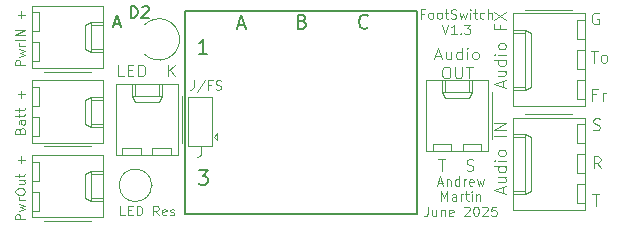
<source format=gbr>
%TF.GenerationSoftware,KiCad,Pcbnew,9.0.0*%
%TF.CreationDate,2025-08-04T16:21:27+01:00*%
%TF.ProjectId,FootSw,466f6f74-5377-42e6-9b69-6361645f7063,V1.3*%
%TF.SameCoordinates,Original*%
%TF.FileFunction,Legend,Top*%
%TF.FilePolarity,Positive*%
%FSLAX46Y46*%
G04 Gerber Fmt 4.6, Leading zero omitted, Abs format (unit mm)*
G04 Created by KiCad (PCBNEW 9.0.0) date 2025-08-04 16:21:27*
%MOMM*%
%LPD*%
G01*
G04 APERTURE LIST*
%ADD10C,0.100000*%
%ADD11C,0.125000*%
%ADD12C,0.150000*%
%ADD13C,0.152400*%
%ADD14C,0.120000*%
G04 APERTURE END LIST*
D10*
X55896895Y-54923734D02*
X55096895Y-54923734D01*
X55096895Y-54923734D02*
X55096895Y-54618972D01*
X55096895Y-54618972D02*
X55134990Y-54542782D01*
X55134990Y-54542782D02*
X55173085Y-54504687D01*
X55173085Y-54504687D02*
X55249276Y-54466591D01*
X55249276Y-54466591D02*
X55363561Y-54466591D01*
X55363561Y-54466591D02*
X55439752Y-54504687D01*
X55439752Y-54504687D02*
X55477847Y-54542782D01*
X55477847Y-54542782D02*
X55515942Y-54618972D01*
X55515942Y-54618972D02*
X55515942Y-54923734D01*
X55363561Y-54199925D02*
X55896895Y-54047544D01*
X55896895Y-54047544D02*
X55515942Y-53895163D01*
X55515942Y-53895163D02*
X55896895Y-53742782D01*
X55896895Y-53742782D02*
X55363561Y-53590401D01*
X55896895Y-53285639D02*
X55363561Y-53285639D01*
X55515942Y-53285639D02*
X55439752Y-53247544D01*
X55439752Y-53247544D02*
X55401657Y-53209449D01*
X55401657Y-53209449D02*
X55363561Y-53133258D01*
X55363561Y-53133258D02*
X55363561Y-53057068D01*
X55896895Y-52790401D02*
X55096895Y-52790401D01*
X55896895Y-52409449D02*
X55096895Y-52409449D01*
X55096895Y-52409449D02*
X55896895Y-51952306D01*
X55896895Y-51952306D02*
X55096895Y-51952306D01*
X55592133Y-50961830D02*
X55592133Y-50352307D01*
X55896895Y-50657068D02*
X55287371Y-50657068D01*
X70784836Y-61896895D02*
X70784836Y-62468323D01*
X70784836Y-62468323D02*
X70746741Y-62582609D01*
X70746741Y-62582609D02*
X70670550Y-62658800D01*
X70670550Y-62658800D02*
X70556265Y-62696895D01*
X70556265Y-62696895D02*
X70480074Y-62696895D01*
X64364285Y-67646895D02*
X63983333Y-67646895D01*
X63983333Y-67646895D02*
X63983333Y-66846895D01*
X64630952Y-67227847D02*
X64897618Y-67227847D01*
X65011904Y-67646895D02*
X64630952Y-67646895D01*
X64630952Y-67646895D02*
X64630952Y-66846895D01*
X64630952Y-66846895D02*
X65011904Y-66846895D01*
X65354762Y-67646895D02*
X65354762Y-66846895D01*
X65354762Y-66846895D02*
X65545238Y-66846895D01*
X65545238Y-66846895D02*
X65659524Y-66884990D01*
X65659524Y-66884990D02*
X65735714Y-66961180D01*
X65735714Y-66961180D02*
X65773809Y-67037371D01*
X65773809Y-67037371D02*
X65811905Y-67189752D01*
X65811905Y-67189752D02*
X65811905Y-67304038D01*
X65811905Y-67304038D02*
X65773809Y-67456419D01*
X65773809Y-67456419D02*
X65735714Y-67532609D01*
X65735714Y-67532609D02*
X65659524Y-67608800D01*
X65659524Y-67608800D02*
X65545238Y-67646895D01*
X65545238Y-67646895D02*
X65354762Y-67646895D01*
X67221429Y-67646895D02*
X66954762Y-67265942D01*
X66764286Y-67646895D02*
X66764286Y-66846895D01*
X66764286Y-66846895D02*
X67069048Y-66846895D01*
X67069048Y-66846895D02*
X67145238Y-66884990D01*
X67145238Y-66884990D02*
X67183333Y-66923085D01*
X67183333Y-66923085D02*
X67221429Y-66999276D01*
X67221429Y-66999276D02*
X67221429Y-67113561D01*
X67221429Y-67113561D02*
X67183333Y-67189752D01*
X67183333Y-67189752D02*
X67145238Y-67227847D01*
X67145238Y-67227847D02*
X67069048Y-67265942D01*
X67069048Y-67265942D02*
X66764286Y-67265942D01*
X67869048Y-67608800D02*
X67792857Y-67646895D01*
X67792857Y-67646895D02*
X67640476Y-67646895D01*
X67640476Y-67646895D02*
X67564286Y-67608800D01*
X67564286Y-67608800D02*
X67526190Y-67532609D01*
X67526190Y-67532609D02*
X67526190Y-67227847D01*
X67526190Y-67227847D02*
X67564286Y-67151657D01*
X67564286Y-67151657D02*
X67640476Y-67113561D01*
X67640476Y-67113561D02*
X67792857Y-67113561D01*
X67792857Y-67113561D02*
X67869048Y-67151657D01*
X67869048Y-67151657D02*
X67907143Y-67227847D01*
X67907143Y-67227847D02*
X67907143Y-67304038D01*
X67907143Y-67304038D02*
X67526190Y-67380228D01*
X68211904Y-67608800D02*
X68288095Y-67646895D01*
X68288095Y-67646895D02*
X68440476Y-67646895D01*
X68440476Y-67646895D02*
X68516666Y-67608800D01*
X68516666Y-67608800D02*
X68554762Y-67532609D01*
X68554762Y-67532609D02*
X68554762Y-67494514D01*
X68554762Y-67494514D02*
X68516666Y-67418323D01*
X68516666Y-67418323D02*
X68440476Y-67380228D01*
X68440476Y-67380228D02*
X68326190Y-67380228D01*
X68326190Y-67380228D02*
X68250000Y-67342133D01*
X68250000Y-67342133D02*
X68211904Y-67265942D01*
X68211904Y-67265942D02*
X68211904Y-67227847D01*
X68211904Y-67227847D02*
X68250000Y-67151657D01*
X68250000Y-67151657D02*
X68326190Y-67113561D01*
X68326190Y-67113561D02*
X68440476Y-67113561D01*
X68440476Y-67113561D02*
X68516666Y-67151657D01*
X104477693Y-50530262D02*
X104382455Y-50482643D01*
X104382455Y-50482643D02*
X104239598Y-50482643D01*
X104239598Y-50482643D02*
X104096741Y-50530262D01*
X104096741Y-50530262D02*
X104001503Y-50625500D01*
X104001503Y-50625500D02*
X103953884Y-50720738D01*
X103953884Y-50720738D02*
X103906265Y-50911214D01*
X103906265Y-50911214D02*
X103906265Y-51054071D01*
X103906265Y-51054071D02*
X103953884Y-51244547D01*
X103953884Y-51244547D02*
X104001503Y-51339785D01*
X104001503Y-51339785D02*
X104096741Y-51435024D01*
X104096741Y-51435024D02*
X104239598Y-51482643D01*
X104239598Y-51482643D02*
X104334836Y-51482643D01*
X104334836Y-51482643D02*
X104477693Y-51435024D01*
X104477693Y-51435024D02*
X104525312Y-51387404D01*
X104525312Y-51387404D02*
X104525312Y-51054071D01*
X104525312Y-51054071D02*
X104334836Y-51054071D01*
X103811027Y-53702531D02*
X104382455Y-53702531D01*
X104096741Y-54702531D02*
X104096741Y-53702531D01*
X104858646Y-54702531D02*
X104763408Y-54654912D01*
X104763408Y-54654912D02*
X104715789Y-54607292D01*
X104715789Y-54607292D02*
X104668170Y-54512054D01*
X104668170Y-54512054D02*
X104668170Y-54226340D01*
X104668170Y-54226340D02*
X104715789Y-54131102D01*
X104715789Y-54131102D02*
X104763408Y-54083483D01*
X104763408Y-54083483D02*
X104858646Y-54035864D01*
X104858646Y-54035864D02*
X105001503Y-54035864D01*
X105001503Y-54035864D02*
X105096741Y-54083483D01*
X105096741Y-54083483D02*
X105144360Y-54131102D01*
X105144360Y-54131102D02*
X105191979Y-54226340D01*
X105191979Y-54226340D02*
X105191979Y-54512054D01*
X105191979Y-54512054D02*
X105144360Y-54607292D01*
X105144360Y-54607292D02*
X105096741Y-54654912D01*
X105096741Y-54654912D02*
X105001503Y-54702531D01*
X105001503Y-54702531D02*
X104858646Y-54702531D01*
X104287217Y-57398609D02*
X103953884Y-57398609D01*
X103953884Y-57922419D02*
X103953884Y-56922419D01*
X103953884Y-56922419D02*
X104430074Y-56922419D01*
X104811027Y-57922419D02*
X104811027Y-57255752D01*
X104811027Y-57446228D02*
X104858646Y-57350990D01*
X104858646Y-57350990D02*
X104906265Y-57303371D01*
X104906265Y-57303371D02*
X105001503Y-57255752D01*
X105001503Y-57255752D02*
X105096741Y-57255752D01*
X90646667Y-54156760D02*
X91122857Y-54156760D01*
X90551429Y-54442475D02*
X90884762Y-53442475D01*
X90884762Y-53442475D02*
X91218095Y-54442475D01*
X91980000Y-53775808D02*
X91980000Y-54442475D01*
X91551429Y-53775808D02*
X91551429Y-54299617D01*
X91551429Y-54299617D02*
X91599048Y-54394856D01*
X91599048Y-54394856D02*
X91694286Y-54442475D01*
X91694286Y-54442475D02*
X91837143Y-54442475D01*
X91837143Y-54442475D02*
X91932381Y-54394856D01*
X91932381Y-54394856D02*
X91980000Y-54347236D01*
X92884762Y-54442475D02*
X92884762Y-53442475D01*
X92884762Y-54394856D02*
X92789524Y-54442475D01*
X92789524Y-54442475D02*
X92599048Y-54442475D01*
X92599048Y-54442475D02*
X92503810Y-54394856D01*
X92503810Y-54394856D02*
X92456191Y-54347236D01*
X92456191Y-54347236D02*
X92408572Y-54251998D01*
X92408572Y-54251998D02*
X92408572Y-53966284D01*
X92408572Y-53966284D02*
X92456191Y-53871046D01*
X92456191Y-53871046D02*
X92503810Y-53823427D01*
X92503810Y-53823427D02*
X92599048Y-53775808D01*
X92599048Y-53775808D02*
X92789524Y-53775808D01*
X92789524Y-53775808D02*
X92884762Y-53823427D01*
X93360953Y-54442475D02*
X93360953Y-53775808D01*
X93360953Y-53442475D02*
X93313334Y-53490094D01*
X93313334Y-53490094D02*
X93360953Y-53537713D01*
X93360953Y-53537713D02*
X93408572Y-53490094D01*
X93408572Y-53490094D02*
X93360953Y-53442475D01*
X93360953Y-53442475D02*
X93360953Y-53537713D01*
X93980000Y-54442475D02*
X93884762Y-54394856D01*
X93884762Y-54394856D02*
X93837143Y-54347236D01*
X93837143Y-54347236D02*
X93789524Y-54251998D01*
X93789524Y-54251998D02*
X93789524Y-53966284D01*
X93789524Y-53966284D02*
X93837143Y-53871046D01*
X93837143Y-53871046D02*
X93884762Y-53823427D01*
X93884762Y-53823427D02*
X93980000Y-53775808D01*
X93980000Y-53775808D02*
X94122857Y-53775808D01*
X94122857Y-53775808D02*
X94218095Y-53823427D01*
X94218095Y-53823427D02*
X94265714Y-53871046D01*
X94265714Y-53871046D02*
X94313333Y-53966284D01*
X94313333Y-53966284D02*
X94313333Y-54251998D01*
X94313333Y-54251998D02*
X94265714Y-54347236D01*
X94265714Y-54347236D02*
X94218095Y-54394856D01*
X94218095Y-54394856D02*
X94122857Y-54442475D01*
X94122857Y-54442475D02*
X93980000Y-54442475D01*
X91480000Y-55052419D02*
X91670476Y-55052419D01*
X91670476Y-55052419D02*
X91765714Y-55100038D01*
X91765714Y-55100038D02*
X91860952Y-55195276D01*
X91860952Y-55195276D02*
X91908571Y-55385752D01*
X91908571Y-55385752D02*
X91908571Y-55719085D01*
X91908571Y-55719085D02*
X91860952Y-55909561D01*
X91860952Y-55909561D02*
X91765714Y-56004800D01*
X91765714Y-56004800D02*
X91670476Y-56052419D01*
X91670476Y-56052419D02*
X91480000Y-56052419D01*
X91480000Y-56052419D02*
X91384762Y-56004800D01*
X91384762Y-56004800D02*
X91289524Y-55909561D01*
X91289524Y-55909561D02*
X91241905Y-55719085D01*
X91241905Y-55719085D02*
X91241905Y-55385752D01*
X91241905Y-55385752D02*
X91289524Y-55195276D01*
X91289524Y-55195276D02*
X91384762Y-55100038D01*
X91384762Y-55100038D02*
X91480000Y-55052419D01*
X92337143Y-55052419D02*
X92337143Y-55861942D01*
X92337143Y-55861942D02*
X92384762Y-55957180D01*
X92384762Y-55957180D02*
X92432381Y-56004800D01*
X92432381Y-56004800D02*
X92527619Y-56052419D01*
X92527619Y-56052419D02*
X92718095Y-56052419D01*
X92718095Y-56052419D02*
X92813333Y-56004800D01*
X92813333Y-56004800D02*
X92860952Y-55957180D01*
X92860952Y-55957180D02*
X92908571Y-55861942D01*
X92908571Y-55861942D02*
X92908571Y-55052419D01*
X93241905Y-55052419D02*
X93813333Y-55052419D01*
X93527619Y-56052419D02*
X93527619Y-55052419D01*
X70184836Y-56196895D02*
X70184836Y-56768323D01*
X70184836Y-56768323D02*
X70146741Y-56882609D01*
X70146741Y-56882609D02*
X70070550Y-56958800D01*
X70070550Y-56958800D02*
X69956265Y-56996895D01*
X69956265Y-56996895D02*
X69880074Y-56996895D01*
X71137217Y-56158800D02*
X70451503Y-57187371D01*
X71670550Y-56577847D02*
X71403884Y-56577847D01*
X71403884Y-56996895D02*
X71403884Y-56196895D01*
X71403884Y-56196895D02*
X71784836Y-56196895D01*
X72051502Y-56958800D02*
X72165788Y-56996895D01*
X72165788Y-56996895D02*
X72356264Y-56996895D01*
X72356264Y-56996895D02*
X72432455Y-56958800D01*
X72432455Y-56958800D02*
X72470550Y-56920704D01*
X72470550Y-56920704D02*
X72508645Y-56844514D01*
X72508645Y-56844514D02*
X72508645Y-56768323D01*
X72508645Y-56768323D02*
X72470550Y-56692133D01*
X72470550Y-56692133D02*
X72432455Y-56654038D01*
X72432455Y-56654038D02*
X72356264Y-56615942D01*
X72356264Y-56615942D02*
X72203883Y-56577847D01*
X72203883Y-56577847D02*
X72127693Y-56539752D01*
X72127693Y-56539752D02*
X72089598Y-56501657D01*
X72089598Y-56501657D02*
X72051502Y-56425466D01*
X72051502Y-56425466D02*
X72051502Y-56349276D01*
X72051502Y-56349276D02*
X72089598Y-56273085D01*
X72089598Y-56273085D02*
X72127693Y-56234990D01*
X72127693Y-56234990D02*
X72203883Y-56196895D01*
X72203883Y-56196895D02*
X72394360Y-56196895D01*
X72394360Y-56196895D02*
X72508645Y-56234990D01*
X64267892Y-55872419D02*
X63791702Y-55872419D01*
X63791702Y-55872419D02*
X63791702Y-54872419D01*
X64601226Y-55348609D02*
X64934559Y-55348609D01*
X65077416Y-55872419D02*
X64601226Y-55872419D01*
X64601226Y-55872419D02*
X64601226Y-54872419D01*
X64601226Y-54872419D02*
X65077416Y-54872419D01*
X65505988Y-55872419D02*
X65505988Y-54872419D01*
X65505988Y-54872419D02*
X65744083Y-54872419D01*
X65744083Y-54872419D02*
X65886940Y-54920038D01*
X65886940Y-54920038D02*
X65982178Y-55015276D01*
X65982178Y-55015276D02*
X66029797Y-55110514D01*
X66029797Y-55110514D02*
X66077416Y-55300990D01*
X66077416Y-55300990D02*
X66077416Y-55443847D01*
X66077416Y-55443847D02*
X66029797Y-55634323D01*
X66029797Y-55634323D02*
X65982178Y-55729561D01*
X65982178Y-55729561D02*
X65886940Y-55824800D01*
X65886940Y-55824800D02*
X65744083Y-55872419D01*
X65744083Y-55872419D02*
X65505988Y-55872419D01*
X68029798Y-55872419D02*
X68029798Y-54872419D01*
X68601226Y-55872419D02*
X68172655Y-55300990D01*
X68601226Y-54872419D02*
X68029798Y-55443847D01*
X96336704Y-65743734D02*
X96336704Y-65267544D01*
X96622419Y-65838972D02*
X95622419Y-65505639D01*
X95622419Y-65505639D02*
X96622419Y-65172306D01*
X95955752Y-64410401D02*
X96622419Y-64410401D01*
X95955752Y-64838972D02*
X96479561Y-64838972D01*
X96479561Y-64838972D02*
X96574800Y-64791353D01*
X96574800Y-64791353D02*
X96622419Y-64696115D01*
X96622419Y-64696115D02*
X96622419Y-64553258D01*
X96622419Y-64553258D02*
X96574800Y-64458020D01*
X96574800Y-64458020D02*
X96527180Y-64410401D01*
X96622419Y-63505639D02*
X95622419Y-63505639D01*
X96574800Y-63505639D02*
X96622419Y-63600877D01*
X96622419Y-63600877D02*
X96622419Y-63791353D01*
X96622419Y-63791353D02*
X96574800Y-63886591D01*
X96574800Y-63886591D02*
X96527180Y-63934210D01*
X96527180Y-63934210D02*
X96431942Y-63981829D01*
X96431942Y-63981829D02*
X96146228Y-63981829D01*
X96146228Y-63981829D02*
X96050990Y-63934210D01*
X96050990Y-63934210D02*
X96003371Y-63886591D01*
X96003371Y-63886591D02*
X95955752Y-63791353D01*
X95955752Y-63791353D02*
X95955752Y-63600877D01*
X95955752Y-63600877D02*
X96003371Y-63505639D01*
X96622419Y-63029448D02*
X95955752Y-63029448D01*
X95622419Y-63029448D02*
X95670038Y-63077067D01*
X95670038Y-63077067D02*
X95717657Y-63029448D01*
X95717657Y-63029448D02*
X95670038Y-62981829D01*
X95670038Y-62981829D02*
X95622419Y-63029448D01*
X95622419Y-63029448D02*
X95717657Y-63029448D01*
X96622419Y-62410401D02*
X96574800Y-62505639D01*
X96574800Y-62505639D02*
X96527180Y-62553258D01*
X96527180Y-62553258D02*
X96431942Y-62600877D01*
X96431942Y-62600877D02*
X96146228Y-62600877D01*
X96146228Y-62600877D02*
X96050990Y-62553258D01*
X96050990Y-62553258D02*
X96003371Y-62505639D01*
X96003371Y-62505639D02*
X95955752Y-62410401D01*
X95955752Y-62410401D02*
X95955752Y-62267544D01*
X95955752Y-62267544D02*
X96003371Y-62172306D01*
X96003371Y-62172306D02*
X96050990Y-62124687D01*
X96050990Y-62124687D02*
X96146228Y-62077068D01*
X96146228Y-62077068D02*
X96431942Y-62077068D01*
X96431942Y-62077068D02*
X96527180Y-62124687D01*
X96527180Y-62124687D02*
X96574800Y-62172306D01*
X96574800Y-62172306D02*
X96622419Y-62267544D01*
X96622419Y-62267544D02*
X96622419Y-62410401D01*
X96622419Y-60886591D02*
X95622419Y-60886591D01*
X96622419Y-60410401D02*
X95622419Y-60410401D01*
X95622419Y-60410401D02*
X96622419Y-59838973D01*
X96622419Y-59838973D02*
X95622419Y-59838973D01*
X96336704Y-56743734D02*
X96336704Y-56267544D01*
X96622419Y-56838972D02*
X95622419Y-56505639D01*
X95622419Y-56505639D02*
X96622419Y-56172306D01*
X95955752Y-55410401D02*
X96622419Y-55410401D01*
X95955752Y-55838972D02*
X96479561Y-55838972D01*
X96479561Y-55838972D02*
X96574800Y-55791353D01*
X96574800Y-55791353D02*
X96622419Y-55696115D01*
X96622419Y-55696115D02*
X96622419Y-55553258D01*
X96622419Y-55553258D02*
X96574800Y-55458020D01*
X96574800Y-55458020D02*
X96527180Y-55410401D01*
X96622419Y-54505639D02*
X95622419Y-54505639D01*
X96574800Y-54505639D02*
X96622419Y-54600877D01*
X96622419Y-54600877D02*
X96622419Y-54791353D01*
X96622419Y-54791353D02*
X96574800Y-54886591D01*
X96574800Y-54886591D02*
X96527180Y-54934210D01*
X96527180Y-54934210D02*
X96431942Y-54981829D01*
X96431942Y-54981829D02*
X96146228Y-54981829D01*
X96146228Y-54981829D02*
X96050990Y-54934210D01*
X96050990Y-54934210D02*
X96003371Y-54886591D01*
X96003371Y-54886591D02*
X95955752Y-54791353D01*
X95955752Y-54791353D02*
X95955752Y-54600877D01*
X95955752Y-54600877D02*
X96003371Y-54505639D01*
X96622419Y-54029448D02*
X95955752Y-54029448D01*
X95622419Y-54029448D02*
X95670038Y-54077067D01*
X95670038Y-54077067D02*
X95717657Y-54029448D01*
X95717657Y-54029448D02*
X95670038Y-53981829D01*
X95670038Y-53981829D02*
X95622419Y-54029448D01*
X95622419Y-54029448D02*
X95717657Y-54029448D01*
X96622419Y-53410401D02*
X96574800Y-53505639D01*
X96574800Y-53505639D02*
X96527180Y-53553258D01*
X96527180Y-53553258D02*
X96431942Y-53600877D01*
X96431942Y-53600877D02*
X96146228Y-53600877D01*
X96146228Y-53600877D02*
X96050990Y-53553258D01*
X96050990Y-53553258D02*
X96003371Y-53505639D01*
X96003371Y-53505639D02*
X95955752Y-53410401D01*
X95955752Y-53410401D02*
X95955752Y-53267544D01*
X95955752Y-53267544D02*
X96003371Y-53172306D01*
X96003371Y-53172306D02*
X96050990Y-53124687D01*
X96050990Y-53124687D02*
X96146228Y-53077068D01*
X96146228Y-53077068D02*
X96431942Y-53077068D01*
X96431942Y-53077068D02*
X96527180Y-53124687D01*
X96527180Y-53124687D02*
X96574800Y-53172306D01*
X96574800Y-53172306D02*
X96622419Y-53267544D01*
X96622419Y-53267544D02*
X96622419Y-53410401D01*
X96098609Y-51553258D02*
X96098609Y-51886591D01*
X96622419Y-51886591D02*
X95622419Y-51886591D01*
X95622419Y-51886591D02*
X95622419Y-51410401D01*
X95622419Y-51124686D02*
X96622419Y-50458020D01*
X95622419Y-50458020D02*
X96622419Y-51124686D01*
X90876190Y-64892413D02*
X91257143Y-64892413D01*
X90800000Y-65120985D02*
X91066667Y-64320985D01*
X91066667Y-64320985D02*
X91333333Y-65120985D01*
X91600000Y-64587651D02*
X91600000Y-65120985D01*
X91600000Y-64663842D02*
X91638095Y-64625747D01*
X91638095Y-64625747D02*
X91714285Y-64587651D01*
X91714285Y-64587651D02*
X91828571Y-64587651D01*
X91828571Y-64587651D02*
X91904762Y-64625747D01*
X91904762Y-64625747D02*
X91942857Y-64701937D01*
X91942857Y-64701937D02*
X91942857Y-65120985D01*
X92666667Y-65120985D02*
X92666667Y-64320985D01*
X92666667Y-65082890D02*
X92590476Y-65120985D01*
X92590476Y-65120985D02*
X92438095Y-65120985D01*
X92438095Y-65120985D02*
X92361905Y-65082890D01*
X92361905Y-65082890D02*
X92323810Y-65044794D01*
X92323810Y-65044794D02*
X92285714Y-64968604D01*
X92285714Y-64968604D02*
X92285714Y-64740032D01*
X92285714Y-64740032D02*
X92323810Y-64663842D01*
X92323810Y-64663842D02*
X92361905Y-64625747D01*
X92361905Y-64625747D02*
X92438095Y-64587651D01*
X92438095Y-64587651D02*
X92590476Y-64587651D01*
X92590476Y-64587651D02*
X92666667Y-64625747D01*
X93047620Y-65120985D02*
X93047620Y-64587651D01*
X93047620Y-64740032D02*
X93085715Y-64663842D01*
X93085715Y-64663842D02*
X93123810Y-64625747D01*
X93123810Y-64625747D02*
X93200001Y-64587651D01*
X93200001Y-64587651D02*
X93276191Y-64587651D01*
X93847620Y-65082890D02*
X93771429Y-65120985D01*
X93771429Y-65120985D02*
X93619048Y-65120985D01*
X93619048Y-65120985D02*
X93542858Y-65082890D01*
X93542858Y-65082890D02*
X93504762Y-65006699D01*
X93504762Y-65006699D02*
X93504762Y-64701937D01*
X93504762Y-64701937D02*
X93542858Y-64625747D01*
X93542858Y-64625747D02*
X93619048Y-64587651D01*
X93619048Y-64587651D02*
X93771429Y-64587651D01*
X93771429Y-64587651D02*
X93847620Y-64625747D01*
X93847620Y-64625747D02*
X93885715Y-64701937D01*
X93885715Y-64701937D02*
X93885715Y-64778128D01*
X93885715Y-64778128D02*
X93504762Y-64854318D01*
X94152381Y-64587651D02*
X94304762Y-65120985D01*
X94304762Y-65120985D02*
X94457143Y-64740032D01*
X94457143Y-64740032D02*
X94609524Y-65120985D01*
X94609524Y-65120985D02*
X94761905Y-64587651D01*
X91142857Y-66408940D02*
X91142857Y-65608940D01*
X91142857Y-65608940D02*
X91409523Y-66180368D01*
X91409523Y-66180368D02*
X91676190Y-65608940D01*
X91676190Y-65608940D02*
X91676190Y-66408940D01*
X92400000Y-66408940D02*
X92400000Y-65989892D01*
X92400000Y-65989892D02*
X92361905Y-65913702D01*
X92361905Y-65913702D02*
X92285714Y-65875606D01*
X92285714Y-65875606D02*
X92133333Y-65875606D01*
X92133333Y-65875606D02*
X92057143Y-65913702D01*
X92400000Y-66370845D02*
X92323809Y-66408940D01*
X92323809Y-66408940D02*
X92133333Y-66408940D01*
X92133333Y-66408940D02*
X92057143Y-66370845D01*
X92057143Y-66370845D02*
X92019047Y-66294654D01*
X92019047Y-66294654D02*
X92019047Y-66218464D01*
X92019047Y-66218464D02*
X92057143Y-66142273D01*
X92057143Y-66142273D02*
X92133333Y-66104178D01*
X92133333Y-66104178D02*
X92323809Y-66104178D01*
X92323809Y-66104178D02*
X92400000Y-66066083D01*
X92780953Y-66408940D02*
X92780953Y-65875606D01*
X92780953Y-66027987D02*
X92819048Y-65951797D01*
X92819048Y-65951797D02*
X92857143Y-65913702D01*
X92857143Y-65913702D02*
X92933334Y-65875606D01*
X92933334Y-65875606D02*
X93009524Y-65875606D01*
X93161905Y-65875606D02*
X93466667Y-65875606D01*
X93276191Y-65608940D02*
X93276191Y-66294654D01*
X93276191Y-66294654D02*
X93314286Y-66370845D01*
X93314286Y-66370845D02*
X93390476Y-66408940D01*
X93390476Y-66408940D02*
X93466667Y-66408940D01*
X93733334Y-66408940D02*
X93733334Y-65875606D01*
X93733334Y-65608940D02*
X93695238Y-65647035D01*
X93695238Y-65647035D02*
X93733334Y-65685130D01*
X93733334Y-65685130D02*
X93771429Y-65647035D01*
X93771429Y-65647035D02*
X93733334Y-65608940D01*
X93733334Y-65608940D02*
X93733334Y-65685130D01*
X94114286Y-65875606D02*
X94114286Y-66408940D01*
X94114286Y-65951797D02*
X94152381Y-65913702D01*
X94152381Y-65913702D02*
X94228571Y-65875606D01*
X94228571Y-65875606D02*
X94342857Y-65875606D01*
X94342857Y-65875606D02*
X94419048Y-65913702D01*
X94419048Y-65913702D02*
X94457143Y-65989892D01*
X94457143Y-65989892D02*
X94457143Y-66408940D01*
X90019046Y-66896895D02*
X90019046Y-67468323D01*
X90019046Y-67468323D02*
X89980951Y-67582609D01*
X89980951Y-67582609D02*
X89904760Y-67658800D01*
X89904760Y-67658800D02*
X89790475Y-67696895D01*
X89790475Y-67696895D02*
X89714284Y-67696895D01*
X90742856Y-67163561D02*
X90742856Y-67696895D01*
X90399999Y-67163561D02*
X90399999Y-67582609D01*
X90399999Y-67582609D02*
X90438094Y-67658800D01*
X90438094Y-67658800D02*
X90514284Y-67696895D01*
X90514284Y-67696895D02*
X90628570Y-67696895D01*
X90628570Y-67696895D02*
X90704761Y-67658800D01*
X90704761Y-67658800D02*
X90742856Y-67620704D01*
X91123809Y-67163561D02*
X91123809Y-67696895D01*
X91123809Y-67239752D02*
X91161904Y-67201657D01*
X91161904Y-67201657D02*
X91238094Y-67163561D01*
X91238094Y-67163561D02*
X91352380Y-67163561D01*
X91352380Y-67163561D02*
X91428571Y-67201657D01*
X91428571Y-67201657D02*
X91466666Y-67277847D01*
X91466666Y-67277847D02*
X91466666Y-67696895D01*
X92152381Y-67658800D02*
X92076190Y-67696895D01*
X92076190Y-67696895D02*
X91923809Y-67696895D01*
X91923809Y-67696895D02*
X91847619Y-67658800D01*
X91847619Y-67658800D02*
X91809523Y-67582609D01*
X91809523Y-67582609D02*
X91809523Y-67277847D01*
X91809523Y-67277847D02*
X91847619Y-67201657D01*
X91847619Y-67201657D02*
X91923809Y-67163561D01*
X91923809Y-67163561D02*
X92076190Y-67163561D01*
X92076190Y-67163561D02*
X92152381Y-67201657D01*
X92152381Y-67201657D02*
X92190476Y-67277847D01*
X92190476Y-67277847D02*
X92190476Y-67354038D01*
X92190476Y-67354038D02*
X91809523Y-67430228D01*
X93104761Y-66973085D02*
X93142857Y-66934990D01*
X93142857Y-66934990D02*
X93219047Y-66896895D01*
X93219047Y-66896895D02*
X93409523Y-66896895D01*
X93409523Y-66896895D02*
X93485714Y-66934990D01*
X93485714Y-66934990D02*
X93523809Y-66973085D01*
X93523809Y-66973085D02*
X93561904Y-67049276D01*
X93561904Y-67049276D02*
X93561904Y-67125466D01*
X93561904Y-67125466D02*
X93523809Y-67239752D01*
X93523809Y-67239752D02*
X93066666Y-67696895D01*
X93066666Y-67696895D02*
X93561904Y-67696895D01*
X94057143Y-66896895D02*
X94133333Y-66896895D01*
X94133333Y-66896895D02*
X94209524Y-66934990D01*
X94209524Y-66934990D02*
X94247619Y-66973085D01*
X94247619Y-66973085D02*
X94285714Y-67049276D01*
X94285714Y-67049276D02*
X94323809Y-67201657D01*
X94323809Y-67201657D02*
X94323809Y-67392133D01*
X94323809Y-67392133D02*
X94285714Y-67544514D01*
X94285714Y-67544514D02*
X94247619Y-67620704D01*
X94247619Y-67620704D02*
X94209524Y-67658800D01*
X94209524Y-67658800D02*
X94133333Y-67696895D01*
X94133333Y-67696895D02*
X94057143Y-67696895D01*
X94057143Y-67696895D02*
X93980952Y-67658800D01*
X93980952Y-67658800D02*
X93942857Y-67620704D01*
X93942857Y-67620704D02*
X93904762Y-67544514D01*
X93904762Y-67544514D02*
X93866666Y-67392133D01*
X93866666Y-67392133D02*
X93866666Y-67201657D01*
X93866666Y-67201657D02*
X93904762Y-67049276D01*
X93904762Y-67049276D02*
X93942857Y-66973085D01*
X93942857Y-66973085D02*
X93980952Y-66934990D01*
X93980952Y-66934990D02*
X94057143Y-66896895D01*
X94628571Y-66973085D02*
X94666667Y-66934990D01*
X94666667Y-66934990D02*
X94742857Y-66896895D01*
X94742857Y-66896895D02*
X94933333Y-66896895D01*
X94933333Y-66896895D02*
X95009524Y-66934990D01*
X95009524Y-66934990D02*
X95047619Y-66973085D01*
X95047619Y-66973085D02*
X95085714Y-67049276D01*
X95085714Y-67049276D02*
X95085714Y-67125466D01*
X95085714Y-67125466D02*
X95047619Y-67239752D01*
X95047619Y-67239752D02*
X94590476Y-67696895D01*
X94590476Y-67696895D02*
X95085714Y-67696895D01*
X95809524Y-66896895D02*
X95428572Y-66896895D01*
X95428572Y-66896895D02*
X95390476Y-67277847D01*
X95390476Y-67277847D02*
X95428572Y-67239752D01*
X95428572Y-67239752D02*
X95504762Y-67201657D01*
X95504762Y-67201657D02*
X95695238Y-67201657D01*
X95695238Y-67201657D02*
X95771429Y-67239752D01*
X95771429Y-67239752D02*
X95809524Y-67277847D01*
X95809524Y-67277847D02*
X95847619Y-67354038D01*
X95847619Y-67354038D02*
X95847619Y-67544514D01*
X95847619Y-67544514D02*
X95809524Y-67620704D01*
X95809524Y-67620704D02*
X95771429Y-67658800D01*
X95771429Y-67658800D02*
X95695238Y-67696895D01*
X95695238Y-67696895D02*
X95504762Y-67696895D01*
X95504762Y-67696895D02*
X95428572Y-67658800D01*
X95428572Y-67658800D02*
X95390476Y-67620704D01*
D11*
X104022712Y-60383724D02*
X104165569Y-60431343D01*
X104165569Y-60431343D02*
X104403664Y-60431343D01*
X104403664Y-60431343D02*
X104498902Y-60383724D01*
X104498902Y-60383724D02*
X104546521Y-60336104D01*
X104546521Y-60336104D02*
X104594140Y-60240866D01*
X104594140Y-60240866D02*
X104594140Y-60145628D01*
X104594140Y-60145628D02*
X104546521Y-60050390D01*
X104546521Y-60050390D02*
X104498902Y-60002771D01*
X104498902Y-60002771D02*
X104403664Y-59955152D01*
X104403664Y-59955152D02*
X104213188Y-59907533D01*
X104213188Y-59907533D02*
X104117950Y-59859914D01*
X104117950Y-59859914D02*
X104070331Y-59812295D01*
X104070331Y-59812295D02*
X104022712Y-59717057D01*
X104022712Y-59717057D02*
X104022712Y-59621819D01*
X104022712Y-59621819D02*
X104070331Y-59526581D01*
X104070331Y-59526581D02*
X104117950Y-59478962D01*
X104117950Y-59478962D02*
X104213188Y-59431343D01*
X104213188Y-59431343D02*
X104451283Y-59431343D01*
X104451283Y-59431343D02*
X104594140Y-59478962D01*
X104641759Y-63651231D02*
X104308426Y-63175040D01*
X104070331Y-63651231D02*
X104070331Y-62651231D01*
X104070331Y-62651231D02*
X104451283Y-62651231D01*
X104451283Y-62651231D02*
X104546521Y-62698850D01*
X104546521Y-62698850D02*
X104594140Y-62746469D01*
X104594140Y-62746469D02*
X104641759Y-62841707D01*
X104641759Y-62841707D02*
X104641759Y-62984564D01*
X104641759Y-62984564D02*
X104594140Y-63079802D01*
X104594140Y-63079802D02*
X104546521Y-63127421D01*
X104546521Y-63127421D02*
X104451283Y-63175040D01*
X104451283Y-63175040D02*
X104070331Y-63175040D01*
X103927474Y-65871119D02*
X104498902Y-65871119D01*
X104213188Y-66871119D02*
X104213188Y-65871119D01*
D10*
X55896895Y-67993734D02*
X55096895Y-67993734D01*
X55096895Y-67993734D02*
X55096895Y-67688972D01*
X55096895Y-67688972D02*
X55134990Y-67612782D01*
X55134990Y-67612782D02*
X55173085Y-67574687D01*
X55173085Y-67574687D02*
X55249276Y-67536591D01*
X55249276Y-67536591D02*
X55363561Y-67536591D01*
X55363561Y-67536591D02*
X55439752Y-67574687D01*
X55439752Y-67574687D02*
X55477847Y-67612782D01*
X55477847Y-67612782D02*
X55515942Y-67688972D01*
X55515942Y-67688972D02*
X55515942Y-67993734D01*
X55363561Y-67269925D02*
X55896895Y-67117544D01*
X55896895Y-67117544D02*
X55515942Y-66965163D01*
X55515942Y-66965163D02*
X55896895Y-66812782D01*
X55896895Y-66812782D02*
X55363561Y-66660401D01*
X55896895Y-66355639D02*
X55363561Y-66355639D01*
X55515942Y-66355639D02*
X55439752Y-66317544D01*
X55439752Y-66317544D02*
X55401657Y-66279449D01*
X55401657Y-66279449D02*
X55363561Y-66203258D01*
X55363561Y-66203258D02*
X55363561Y-66127068D01*
X55096895Y-65708020D02*
X55096895Y-65555639D01*
X55096895Y-65555639D02*
X55134990Y-65479449D01*
X55134990Y-65479449D02*
X55211180Y-65403258D01*
X55211180Y-65403258D02*
X55363561Y-65365163D01*
X55363561Y-65365163D02*
X55630228Y-65365163D01*
X55630228Y-65365163D02*
X55782609Y-65403258D01*
X55782609Y-65403258D02*
X55858800Y-65479449D01*
X55858800Y-65479449D02*
X55896895Y-65555639D01*
X55896895Y-65555639D02*
X55896895Y-65708020D01*
X55896895Y-65708020D02*
X55858800Y-65784211D01*
X55858800Y-65784211D02*
X55782609Y-65860401D01*
X55782609Y-65860401D02*
X55630228Y-65898497D01*
X55630228Y-65898497D02*
X55363561Y-65898497D01*
X55363561Y-65898497D02*
X55211180Y-65860401D01*
X55211180Y-65860401D02*
X55134990Y-65784211D01*
X55134990Y-65784211D02*
X55096895Y-65708020D01*
X55363561Y-64679449D02*
X55896895Y-64679449D01*
X55363561Y-65022306D02*
X55782609Y-65022306D01*
X55782609Y-65022306D02*
X55858800Y-64984211D01*
X55858800Y-64984211D02*
X55896895Y-64908021D01*
X55896895Y-64908021D02*
X55896895Y-64793735D01*
X55896895Y-64793735D02*
X55858800Y-64717544D01*
X55858800Y-64717544D02*
X55820704Y-64679449D01*
X55363561Y-64412782D02*
X55363561Y-64108020D01*
X55096895Y-64298496D02*
X55782609Y-64298496D01*
X55782609Y-64298496D02*
X55858800Y-64260401D01*
X55858800Y-64260401D02*
X55896895Y-64184211D01*
X55896895Y-64184211D02*
X55896895Y-64108020D01*
X55592133Y-63231829D02*
X55592133Y-62622306D01*
X55896895Y-62927067D02*
X55287371Y-62927067D01*
X55477847Y-60477068D02*
X55515942Y-60362782D01*
X55515942Y-60362782D02*
X55554038Y-60324687D01*
X55554038Y-60324687D02*
X55630228Y-60286591D01*
X55630228Y-60286591D02*
X55744514Y-60286591D01*
X55744514Y-60286591D02*
X55820704Y-60324687D01*
X55820704Y-60324687D02*
X55858800Y-60362782D01*
X55858800Y-60362782D02*
X55896895Y-60438972D01*
X55896895Y-60438972D02*
X55896895Y-60743734D01*
X55896895Y-60743734D02*
X55096895Y-60743734D01*
X55096895Y-60743734D02*
X55096895Y-60477068D01*
X55096895Y-60477068D02*
X55134990Y-60400877D01*
X55134990Y-60400877D02*
X55173085Y-60362782D01*
X55173085Y-60362782D02*
X55249276Y-60324687D01*
X55249276Y-60324687D02*
X55325466Y-60324687D01*
X55325466Y-60324687D02*
X55401657Y-60362782D01*
X55401657Y-60362782D02*
X55439752Y-60400877D01*
X55439752Y-60400877D02*
X55477847Y-60477068D01*
X55477847Y-60477068D02*
X55477847Y-60743734D01*
X55896895Y-59600877D02*
X55477847Y-59600877D01*
X55477847Y-59600877D02*
X55401657Y-59638972D01*
X55401657Y-59638972D02*
X55363561Y-59715163D01*
X55363561Y-59715163D02*
X55363561Y-59867544D01*
X55363561Y-59867544D02*
X55401657Y-59943734D01*
X55858800Y-59600877D02*
X55896895Y-59677068D01*
X55896895Y-59677068D02*
X55896895Y-59867544D01*
X55896895Y-59867544D02*
X55858800Y-59943734D01*
X55858800Y-59943734D02*
X55782609Y-59981830D01*
X55782609Y-59981830D02*
X55706419Y-59981830D01*
X55706419Y-59981830D02*
X55630228Y-59943734D01*
X55630228Y-59943734D02*
X55592133Y-59867544D01*
X55592133Y-59867544D02*
X55592133Y-59677068D01*
X55592133Y-59677068D02*
X55554038Y-59600877D01*
X55363561Y-59334210D02*
X55363561Y-59029448D01*
X55096895Y-59219924D02*
X55782609Y-59219924D01*
X55782609Y-59219924D02*
X55858800Y-59181829D01*
X55858800Y-59181829D02*
X55896895Y-59105639D01*
X55896895Y-59105639D02*
X55896895Y-59029448D01*
X55363561Y-58877067D02*
X55363561Y-58572305D01*
X55096895Y-58762781D02*
X55782609Y-58762781D01*
X55782609Y-58762781D02*
X55858800Y-58724686D01*
X55858800Y-58724686D02*
X55896895Y-58648496D01*
X55896895Y-58648496D02*
X55896895Y-58572305D01*
X55592133Y-57696114D02*
X55592133Y-57086591D01*
X55896895Y-57391352D02*
X55287371Y-57391352D01*
X89688094Y-50589892D02*
X89421428Y-50589892D01*
X89421428Y-51008940D02*
X89421428Y-50208940D01*
X89421428Y-50208940D02*
X89802380Y-50208940D01*
X90221427Y-51008940D02*
X90145237Y-50970845D01*
X90145237Y-50970845D02*
X90107142Y-50932749D01*
X90107142Y-50932749D02*
X90069046Y-50856559D01*
X90069046Y-50856559D02*
X90069046Y-50627987D01*
X90069046Y-50627987D02*
X90107142Y-50551797D01*
X90107142Y-50551797D02*
X90145237Y-50513702D01*
X90145237Y-50513702D02*
X90221427Y-50475606D01*
X90221427Y-50475606D02*
X90335713Y-50475606D01*
X90335713Y-50475606D02*
X90411904Y-50513702D01*
X90411904Y-50513702D02*
X90449999Y-50551797D01*
X90449999Y-50551797D02*
X90488094Y-50627987D01*
X90488094Y-50627987D02*
X90488094Y-50856559D01*
X90488094Y-50856559D02*
X90449999Y-50932749D01*
X90449999Y-50932749D02*
X90411904Y-50970845D01*
X90411904Y-50970845D02*
X90335713Y-51008940D01*
X90335713Y-51008940D02*
X90221427Y-51008940D01*
X90945237Y-51008940D02*
X90869047Y-50970845D01*
X90869047Y-50970845D02*
X90830952Y-50932749D01*
X90830952Y-50932749D02*
X90792856Y-50856559D01*
X90792856Y-50856559D02*
X90792856Y-50627987D01*
X90792856Y-50627987D02*
X90830952Y-50551797D01*
X90830952Y-50551797D02*
X90869047Y-50513702D01*
X90869047Y-50513702D02*
X90945237Y-50475606D01*
X90945237Y-50475606D02*
X91059523Y-50475606D01*
X91059523Y-50475606D02*
X91135714Y-50513702D01*
X91135714Y-50513702D02*
X91173809Y-50551797D01*
X91173809Y-50551797D02*
X91211904Y-50627987D01*
X91211904Y-50627987D02*
X91211904Y-50856559D01*
X91211904Y-50856559D02*
X91173809Y-50932749D01*
X91173809Y-50932749D02*
X91135714Y-50970845D01*
X91135714Y-50970845D02*
X91059523Y-51008940D01*
X91059523Y-51008940D02*
X90945237Y-51008940D01*
X91440476Y-50475606D02*
X91745238Y-50475606D01*
X91554762Y-50208940D02*
X91554762Y-50894654D01*
X91554762Y-50894654D02*
X91592857Y-50970845D01*
X91592857Y-50970845D02*
X91669047Y-51008940D01*
X91669047Y-51008940D02*
X91745238Y-51008940D01*
X91973809Y-50970845D02*
X92088095Y-51008940D01*
X92088095Y-51008940D02*
X92278571Y-51008940D01*
X92278571Y-51008940D02*
X92354762Y-50970845D01*
X92354762Y-50970845D02*
X92392857Y-50932749D01*
X92392857Y-50932749D02*
X92430952Y-50856559D01*
X92430952Y-50856559D02*
X92430952Y-50780368D01*
X92430952Y-50780368D02*
X92392857Y-50704178D01*
X92392857Y-50704178D02*
X92354762Y-50666083D01*
X92354762Y-50666083D02*
X92278571Y-50627987D01*
X92278571Y-50627987D02*
X92126190Y-50589892D01*
X92126190Y-50589892D02*
X92050000Y-50551797D01*
X92050000Y-50551797D02*
X92011905Y-50513702D01*
X92011905Y-50513702D02*
X91973809Y-50437511D01*
X91973809Y-50437511D02*
X91973809Y-50361321D01*
X91973809Y-50361321D02*
X92011905Y-50285130D01*
X92011905Y-50285130D02*
X92050000Y-50247035D01*
X92050000Y-50247035D02*
X92126190Y-50208940D01*
X92126190Y-50208940D02*
X92316667Y-50208940D01*
X92316667Y-50208940D02*
X92430952Y-50247035D01*
X92697619Y-50475606D02*
X92850000Y-51008940D01*
X92850000Y-51008940D02*
X93002381Y-50627987D01*
X93002381Y-50627987D02*
X93154762Y-51008940D01*
X93154762Y-51008940D02*
X93307143Y-50475606D01*
X93611905Y-51008940D02*
X93611905Y-50475606D01*
X93611905Y-50208940D02*
X93573809Y-50247035D01*
X93573809Y-50247035D02*
X93611905Y-50285130D01*
X93611905Y-50285130D02*
X93650000Y-50247035D01*
X93650000Y-50247035D02*
X93611905Y-50208940D01*
X93611905Y-50208940D02*
X93611905Y-50285130D01*
X93878571Y-50475606D02*
X94183333Y-50475606D01*
X93992857Y-50208940D02*
X93992857Y-50894654D01*
X93992857Y-50894654D02*
X94030952Y-50970845D01*
X94030952Y-50970845D02*
X94107142Y-51008940D01*
X94107142Y-51008940D02*
X94183333Y-51008940D01*
X94792857Y-50970845D02*
X94716666Y-51008940D01*
X94716666Y-51008940D02*
X94564285Y-51008940D01*
X94564285Y-51008940D02*
X94488095Y-50970845D01*
X94488095Y-50970845D02*
X94450000Y-50932749D01*
X94450000Y-50932749D02*
X94411904Y-50856559D01*
X94411904Y-50856559D02*
X94411904Y-50627987D01*
X94411904Y-50627987D02*
X94450000Y-50551797D01*
X94450000Y-50551797D02*
X94488095Y-50513702D01*
X94488095Y-50513702D02*
X94564285Y-50475606D01*
X94564285Y-50475606D02*
X94716666Y-50475606D01*
X94716666Y-50475606D02*
X94792857Y-50513702D01*
X95135714Y-51008940D02*
X95135714Y-50208940D01*
X95478571Y-51008940D02*
X95478571Y-50589892D01*
X95478571Y-50589892D02*
X95440476Y-50513702D01*
X95440476Y-50513702D02*
X95364285Y-50475606D01*
X95364285Y-50475606D02*
X95249999Y-50475606D01*
X95249999Y-50475606D02*
X95173809Y-50513702D01*
X95173809Y-50513702D02*
X95135714Y-50551797D01*
X91230952Y-51496895D02*
X91497619Y-52296895D01*
X91497619Y-52296895D02*
X91764285Y-51496895D01*
X92449999Y-52296895D02*
X91992856Y-52296895D01*
X92221428Y-52296895D02*
X92221428Y-51496895D01*
X92221428Y-51496895D02*
X92145237Y-51611180D01*
X92145237Y-51611180D02*
X92069047Y-51687371D01*
X92069047Y-51687371D02*
X91992856Y-51725466D01*
X92792857Y-52220704D02*
X92830952Y-52258800D01*
X92830952Y-52258800D02*
X92792857Y-52296895D01*
X92792857Y-52296895D02*
X92754761Y-52258800D01*
X92754761Y-52258800D02*
X92792857Y-52220704D01*
X92792857Y-52220704D02*
X92792857Y-52296895D01*
X93097618Y-51496895D02*
X93592856Y-51496895D01*
X93592856Y-51496895D02*
X93326190Y-51801657D01*
X93326190Y-51801657D02*
X93440475Y-51801657D01*
X93440475Y-51801657D02*
X93516666Y-51839752D01*
X93516666Y-51839752D02*
X93554761Y-51877847D01*
X93554761Y-51877847D02*
X93592856Y-51954038D01*
X93592856Y-51954038D02*
X93592856Y-52144514D01*
X93592856Y-52144514D02*
X93554761Y-52220704D01*
X93554761Y-52220704D02*
X93516666Y-52258800D01*
X93516666Y-52258800D02*
X93440475Y-52296895D01*
X93440475Y-52296895D02*
X93211904Y-52296895D01*
X93211904Y-52296895D02*
X93135713Y-52258800D01*
X93135713Y-52258800D02*
X93097618Y-52220704D01*
X90911027Y-62872419D02*
X91482455Y-62872419D01*
X91196741Y-63872419D02*
X91196741Y-62872419D01*
X93291980Y-63824800D02*
X93434837Y-63872419D01*
X93434837Y-63872419D02*
X93672932Y-63872419D01*
X93672932Y-63872419D02*
X93768170Y-63824800D01*
X93768170Y-63824800D02*
X93815789Y-63777180D01*
X93815789Y-63777180D02*
X93863408Y-63681942D01*
X93863408Y-63681942D02*
X93863408Y-63586704D01*
X93863408Y-63586704D02*
X93815789Y-63491466D01*
X93815789Y-63491466D02*
X93768170Y-63443847D01*
X93768170Y-63443847D02*
X93672932Y-63396228D01*
X93672932Y-63396228D02*
X93482456Y-63348609D01*
X93482456Y-63348609D02*
X93387218Y-63300990D01*
X93387218Y-63300990D02*
X93339599Y-63253371D01*
X93339599Y-63253371D02*
X93291980Y-63158133D01*
X93291980Y-63158133D02*
X93291980Y-63062895D01*
X93291980Y-63062895D02*
X93339599Y-62967657D01*
X93339599Y-62967657D02*
X93387218Y-62920038D01*
X93387218Y-62920038D02*
X93482456Y-62872419D01*
X93482456Y-62872419D02*
X93720551Y-62872419D01*
X93720551Y-62872419D02*
X93863408Y-62920038D01*
D12*
X64861905Y-50929819D02*
X64861905Y-49929819D01*
X64861905Y-49929819D02*
X65100000Y-49929819D01*
X65100000Y-49929819D02*
X65242857Y-49977438D01*
X65242857Y-49977438D02*
X65338095Y-50072676D01*
X65338095Y-50072676D02*
X65385714Y-50167914D01*
X65385714Y-50167914D02*
X65433333Y-50358390D01*
X65433333Y-50358390D02*
X65433333Y-50501247D01*
X65433333Y-50501247D02*
X65385714Y-50691723D01*
X65385714Y-50691723D02*
X65338095Y-50786961D01*
X65338095Y-50786961D02*
X65242857Y-50882200D01*
X65242857Y-50882200D02*
X65100000Y-50929819D01*
X65100000Y-50929819D02*
X64861905Y-50929819D01*
X65814286Y-50025057D02*
X65861905Y-49977438D01*
X65861905Y-49977438D02*
X65957143Y-49929819D01*
X65957143Y-49929819D02*
X66195238Y-49929819D01*
X66195238Y-49929819D02*
X66290476Y-49977438D01*
X66290476Y-49977438D02*
X66338095Y-50025057D01*
X66338095Y-50025057D02*
X66385714Y-50120295D01*
X66385714Y-50120295D02*
X66385714Y-50215533D01*
X66385714Y-50215533D02*
X66338095Y-50358390D01*
X66338095Y-50358390D02*
X65766667Y-50929819D01*
X65766667Y-50929819D02*
X66385714Y-50929819D01*
X63471905Y-51419104D02*
X63948095Y-51419104D01*
X63376667Y-51704819D02*
X63710000Y-50704819D01*
X63710000Y-50704819D02*
X64043333Y-51704819D01*
D13*
X79389691Y-51212446D02*
X79562048Y-51269898D01*
X79562048Y-51269898D02*
X79619501Y-51327350D01*
X79619501Y-51327350D02*
X79676953Y-51442255D01*
X79676953Y-51442255D02*
X79676953Y-51614612D01*
X79676953Y-51614612D02*
X79619501Y-51729517D01*
X79619501Y-51729517D02*
X79562048Y-51786970D01*
X79562048Y-51786970D02*
X79447143Y-51844422D01*
X79447143Y-51844422D02*
X78987524Y-51844422D01*
X78987524Y-51844422D02*
X78987524Y-50637922D01*
X78987524Y-50637922D02*
X79389691Y-50637922D01*
X79389691Y-50637922D02*
X79504596Y-50695374D01*
X79504596Y-50695374D02*
X79562048Y-50752827D01*
X79562048Y-50752827D02*
X79619501Y-50867731D01*
X79619501Y-50867731D02*
X79619501Y-50982636D01*
X79619501Y-50982636D02*
X79562048Y-51097541D01*
X79562048Y-51097541D02*
X79504596Y-51154993D01*
X79504596Y-51154993D02*
X79389691Y-51212446D01*
X79389691Y-51212446D02*
X78987524Y-51212446D01*
X84926953Y-51729517D02*
X84869501Y-51786970D01*
X84869501Y-51786970D02*
X84697143Y-51844422D01*
X84697143Y-51844422D02*
X84582239Y-51844422D01*
X84582239Y-51844422D02*
X84409882Y-51786970D01*
X84409882Y-51786970D02*
X84294977Y-51672065D01*
X84294977Y-51672065D02*
X84237524Y-51557160D01*
X84237524Y-51557160D02*
X84180072Y-51327350D01*
X84180072Y-51327350D02*
X84180072Y-51154993D01*
X84180072Y-51154993D02*
X84237524Y-50925184D01*
X84237524Y-50925184D02*
X84294977Y-50810279D01*
X84294977Y-50810279D02*
X84409882Y-50695374D01*
X84409882Y-50695374D02*
X84582239Y-50637922D01*
X84582239Y-50637922D02*
X84697143Y-50637922D01*
X84697143Y-50637922D02*
X84869501Y-50695374D01*
X84869501Y-50695374D02*
X84926953Y-50752827D01*
X71319501Y-53944422D02*
X70630072Y-53944422D01*
X70974786Y-53944422D02*
X70974786Y-52737922D01*
X70974786Y-52737922D02*
X70859882Y-52910279D01*
X70859882Y-52910279D02*
X70744977Y-53025184D01*
X70744977Y-53025184D02*
X70630072Y-53082636D01*
X73930072Y-51499708D02*
X74504596Y-51499708D01*
X73815167Y-51844422D02*
X74217334Y-50637922D01*
X74217334Y-50637922D02*
X74619501Y-51844422D01*
X70622620Y-63837922D02*
X71369501Y-63837922D01*
X71369501Y-63837922D02*
X70967334Y-64297541D01*
X70967334Y-64297541D02*
X71139691Y-64297541D01*
X71139691Y-64297541D02*
X71254596Y-64354993D01*
X71254596Y-64354993D02*
X71312048Y-64412446D01*
X71312048Y-64412446D02*
X71369501Y-64527350D01*
X71369501Y-64527350D02*
X71369501Y-64814612D01*
X71369501Y-64814612D02*
X71312048Y-64929517D01*
X71312048Y-64929517D02*
X71254596Y-64986970D01*
X71254596Y-64986970D02*
X71139691Y-65044422D01*
X71139691Y-65044422D02*
X70794977Y-65044422D01*
X70794977Y-65044422D02*
X70680072Y-64986970D01*
X70680072Y-64986970D02*
X70622620Y-64929517D01*
D14*
%TO.C,J5*%
X63580000Y-56510000D02*
X63580000Y-62530000D01*
X63580000Y-62530000D02*
X68880000Y-62530000D01*
X64160000Y-61930000D02*
X64160000Y-62530000D01*
X64960000Y-57510000D02*
X64960000Y-56510000D01*
X65210000Y-56510000D02*
X65210000Y-57510000D01*
X65210000Y-58040000D02*
X64960000Y-57510000D01*
X65760000Y-61930000D02*
X64160000Y-61930000D01*
X65760000Y-62530000D02*
X65760000Y-61930000D01*
X66700000Y-61930000D02*
X66700000Y-62530000D01*
X67250000Y-56510000D02*
X67250000Y-57510000D01*
X67250000Y-58040000D02*
X65210000Y-58040000D01*
X67500000Y-56510000D02*
X67500000Y-57510000D01*
X67500000Y-57510000D02*
X64960000Y-57510000D01*
X67500000Y-57510000D02*
X67250000Y-58040000D01*
X68300000Y-61930000D02*
X66700000Y-61930000D01*
X68300000Y-62530000D02*
X68300000Y-61930000D01*
X68880000Y-56510000D02*
X63580000Y-56510000D01*
X68880000Y-62530000D02*
X68880000Y-56510000D01*
X69170000Y-61500000D02*
X69170000Y-57500000D01*
%TO.C,J8*%
X56470000Y-62520000D02*
X56470000Y-67820000D01*
X56470000Y-64700000D02*
X57070000Y-64700000D01*
X56470000Y-67240000D02*
X57070000Y-67240000D01*
X56470000Y-67820000D02*
X62490000Y-67820000D01*
X57070000Y-63100000D02*
X56470000Y-63100000D01*
X57070000Y-64700000D02*
X57070000Y-63100000D01*
X57070000Y-65640000D02*
X56470000Y-65640000D01*
X57070000Y-67240000D02*
X57070000Y-65640000D01*
X57500000Y-68110000D02*
X61500000Y-68110000D01*
X60960000Y-64150000D02*
X61490000Y-63900000D01*
X60960000Y-66190000D02*
X60960000Y-64150000D01*
X61490000Y-63900000D02*
X62490000Y-63900000D01*
X61490000Y-66440000D02*
X60960000Y-66190000D01*
X61490000Y-66440000D02*
X61490000Y-63900000D01*
X62490000Y-62520000D02*
X56470000Y-62520000D01*
X62490000Y-64150000D02*
X61490000Y-64150000D01*
X62490000Y-66190000D02*
X61490000Y-66190000D01*
X62490000Y-66440000D02*
X61490000Y-66440000D01*
X62490000Y-67820000D02*
X62490000Y-62520000D01*
%TO.C,D2*%
X65994483Y-51530000D02*
G75*
G02*
X65994483Y-53970000I1255517J-1220000D01*
G01*
%TO.C,JP1*%
X69700000Y-57650000D02*
X71700000Y-57650000D01*
X69700000Y-61750000D02*
X69700000Y-57650000D01*
X71700000Y-57650000D02*
X71700000Y-61750000D01*
X71700000Y-61750000D02*
X69700000Y-61750000D01*
X71900000Y-61000000D02*
X72200000Y-60700000D01*
X71900000Y-61000000D02*
X72200000Y-61300000D01*
X72200000Y-61300000D02*
X72200000Y-60700000D01*
D13*
%TO.C,SW1*%
X69480000Y-50380000D02*
X89100000Y-50380000D01*
X69480000Y-67500000D02*
X69480000Y-50380000D01*
X89100000Y-50380000D02*
X89100000Y-67500000D01*
X89100000Y-67500000D02*
X69480000Y-67500000D01*
D14*
%TO.C,J9*%
X56470000Y-56220000D02*
X56470000Y-61520000D01*
X56470000Y-58400000D02*
X57070000Y-58400000D01*
X56470000Y-60940000D02*
X57070000Y-60940000D01*
X56470000Y-61520000D02*
X62490000Y-61520000D01*
X57070000Y-56800000D02*
X56470000Y-56800000D01*
X57070000Y-58400000D02*
X57070000Y-56800000D01*
X57070000Y-59340000D02*
X56470000Y-59340000D01*
X57070000Y-60940000D02*
X57070000Y-59340000D01*
X57500000Y-61810000D02*
X61500000Y-61810000D01*
X60960000Y-57850000D02*
X61490000Y-57600000D01*
X60960000Y-59890000D02*
X60960000Y-57850000D01*
X61490000Y-57600000D02*
X62490000Y-57600000D01*
X61490000Y-60140000D02*
X60960000Y-59890000D01*
X61490000Y-60140000D02*
X61490000Y-57600000D01*
X62490000Y-56220000D02*
X56470000Y-56220000D01*
X62490000Y-57850000D02*
X61490000Y-57850000D01*
X62490000Y-59890000D02*
X61490000Y-59890000D01*
X62490000Y-60140000D02*
X61490000Y-60140000D01*
X62490000Y-61520000D02*
X62490000Y-56220000D01*
%TO.C,J7*%
X97260000Y-50540000D02*
X97260000Y-58380000D01*
X97260000Y-51920000D02*
X98260000Y-51920000D01*
X97260000Y-52170000D02*
X98260000Y-52170000D01*
X97260000Y-56750000D02*
X98260000Y-56750000D01*
X97260000Y-58380000D02*
X103280000Y-58380000D01*
X98260000Y-51920000D02*
X98260000Y-57000000D01*
X98260000Y-51920000D02*
X98790000Y-52170000D01*
X98260000Y-57000000D02*
X97260000Y-57000000D01*
X98790000Y-52170000D02*
X98790000Y-56750000D01*
X98790000Y-56750000D02*
X98260000Y-57000000D01*
X102250000Y-50250000D02*
X98250000Y-50250000D01*
X102680000Y-51120000D02*
X102680000Y-52720000D01*
X102680000Y-52720000D02*
X103280000Y-52720000D01*
X102680000Y-53660000D02*
X102680000Y-55260000D01*
X102680000Y-55260000D02*
X103280000Y-55260000D01*
X102680000Y-56200000D02*
X102680000Y-57800000D01*
X102680000Y-57800000D02*
X103280000Y-57800000D01*
X103280000Y-50540000D02*
X97260000Y-50540000D01*
X103280000Y-51120000D02*
X102680000Y-51120000D01*
X103280000Y-53660000D02*
X102680000Y-53660000D01*
X103280000Y-56200000D02*
X102680000Y-56200000D01*
X103280000Y-58380000D02*
X103280000Y-50540000D01*
%TO.C,J2*%
X89830000Y-56180000D02*
X89830000Y-62200000D01*
X89830000Y-62200000D02*
X95130000Y-62200000D01*
X90410000Y-61600000D02*
X90410000Y-62200000D01*
X91210000Y-57180000D02*
X91210000Y-56180000D01*
X91460000Y-56180000D02*
X91460000Y-57180000D01*
X91460000Y-57710000D02*
X91210000Y-57180000D01*
X92010000Y-61600000D02*
X90410000Y-61600000D01*
X92010000Y-62200000D02*
X92010000Y-61600000D01*
X92950000Y-61600000D02*
X92950000Y-62200000D01*
X93500000Y-56180000D02*
X93500000Y-57180000D01*
X93500000Y-57710000D02*
X91460000Y-57710000D01*
X93750000Y-56180000D02*
X93750000Y-57180000D01*
X93750000Y-57180000D02*
X91210000Y-57180000D01*
X93750000Y-57180000D02*
X93500000Y-57710000D01*
X94550000Y-61600000D02*
X92950000Y-61600000D01*
X94550000Y-62200000D02*
X94550000Y-61600000D01*
X95130000Y-56180000D02*
X89830000Y-56180000D01*
X95130000Y-62200000D02*
X95130000Y-56180000D01*
X95420000Y-61170000D02*
X95420000Y-57170000D01*
%TO.C,J4*%
X56470000Y-49880000D02*
X56470000Y-55180000D01*
X56470000Y-52060000D02*
X57070000Y-52060000D01*
X56470000Y-54600000D02*
X57070000Y-54600000D01*
X56470000Y-55180000D02*
X62490000Y-55180000D01*
X57070000Y-50460000D02*
X56470000Y-50460000D01*
X57070000Y-52060000D02*
X57070000Y-50460000D01*
X57070000Y-53000000D02*
X56470000Y-53000000D01*
X57070000Y-54600000D02*
X57070000Y-53000000D01*
X57500000Y-55470000D02*
X61500000Y-55470000D01*
X60960000Y-51510000D02*
X61490000Y-51260000D01*
X60960000Y-53550000D02*
X60960000Y-51510000D01*
X61490000Y-51260000D02*
X62490000Y-51260000D01*
X61490000Y-53800000D02*
X60960000Y-53550000D01*
X61490000Y-53800000D02*
X61490000Y-51260000D01*
X62490000Y-49880000D02*
X56470000Y-49880000D01*
X62490000Y-51510000D02*
X61490000Y-51510000D01*
X62490000Y-53550000D02*
X61490000Y-53550000D01*
X62490000Y-53800000D02*
X61490000Y-53800000D01*
X62490000Y-55180000D02*
X62490000Y-49880000D01*
%TO.C,R1*%
X66625000Y-65100000D02*
X66695000Y-65100000D01*
X66625000Y-65100000D02*
G75*
G02*
X63885000Y-65100000I-1370000J0D01*
G01*
X63885000Y-65100000D02*
G75*
G02*
X66625000Y-65100000I1370000J0D01*
G01*
%TO.C,J1*%
X97260000Y-59370000D02*
X97260000Y-67210000D01*
X97260000Y-60750000D02*
X98260000Y-60750000D01*
X97260000Y-61000000D02*
X98260000Y-61000000D01*
X97260000Y-65580000D02*
X98260000Y-65580000D01*
X97260000Y-67210000D02*
X103280000Y-67210000D01*
X98260000Y-60750000D02*
X98260000Y-65830000D01*
X98260000Y-60750000D02*
X98790000Y-61000000D01*
X98260000Y-65830000D02*
X97260000Y-65830000D01*
X98790000Y-61000000D02*
X98790000Y-65580000D01*
X98790000Y-65580000D02*
X98260000Y-65830000D01*
X102250000Y-59080000D02*
X98250000Y-59080000D01*
X102680000Y-59950000D02*
X102680000Y-61550000D01*
X102680000Y-61550000D02*
X103280000Y-61550000D01*
X102680000Y-62490000D02*
X102680000Y-64090000D01*
X102680000Y-64090000D02*
X103280000Y-64090000D01*
X102680000Y-65030000D02*
X102680000Y-66630000D01*
X102680000Y-66630000D02*
X103280000Y-66630000D01*
X103280000Y-59370000D02*
X97260000Y-59370000D01*
X103280000Y-59950000D02*
X102680000Y-59950000D01*
X103280000Y-62490000D02*
X102680000Y-62490000D01*
X103280000Y-65030000D02*
X102680000Y-65030000D01*
X103280000Y-67210000D02*
X103280000Y-59370000D01*
%TD*%
M02*

</source>
